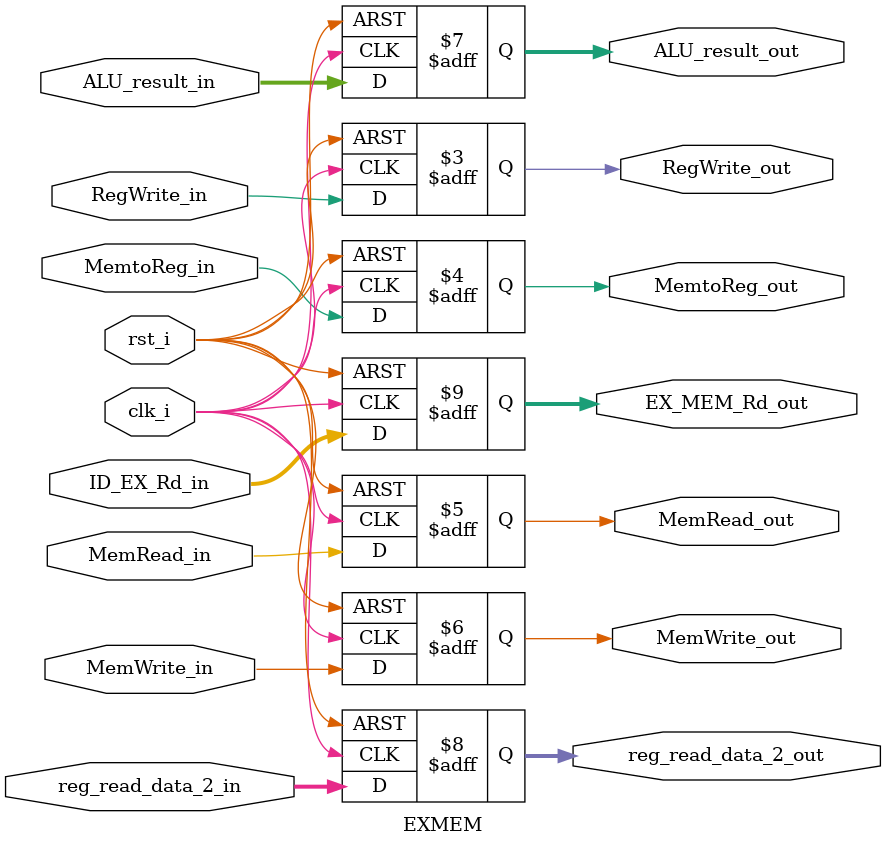
<source format=v>
module EXMEM
( 
    RegWrite_in, 
    MemtoReg_in,
    MemRead_in, 
    MemWrite_in,   
    RegWrite_out, 
    MemtoReg_out,    
    MemRead_out, 
    MemWrite_out,  
    ALU_result_in, 
    ALU_result_out,
    reg_read_data_2_in,  
    reg_read_data_2_out, 
    ID_EX_Rd_in, 
    EX_MEM_Rd_out, 
    clk_i, 
    rst_i
);
	
	// WB control signal
	input RegWrite_in, MemtoReg_in;
	output RegWrite_out, MemtoReg_out;
	// MEM control signal
	input  MemRead_in, MemWrite_in;
	output MemRead_out, MemWrite_out;
	
	//  data content
	input [31:0] ALU_result_in, reg_read_data_2_in;
	output [31:0] ALU_result_out, reg_read_data_2_out;
	input [4:0] ID_EX_Rd_in;
	output [4:0] EX_MEM_Rd_out;
	// general signal
	// reset: async; set all register content to 0
	input clk_i, rst_i;

	reg RegWrite_out, MemtoReg_out;
	reg  MemRead_out, MemWrite_out;
	reg [31:0] ALU_result_out, reg_read_data_2_out;
	reg [4:0] EX_MEM_Rd_out;

	always @(posedge clk_i or posedge rst_i) begin
		if (rst_i == 1'b1)
		begin
		  RegWrite_out <= 1'b0;
		  MemtoReg_out <= 1'b0;
		  MemRead_out <= 1'b0;
		  MemWrite_out <= 1'b0;
		  ALU_result_out <= 32'b0;
		  reg_read_data_2_out <= 32'b0;
		  EX_MEM_Rd_out <= 5'b0; 
		end

		else begin
		  RegWrite_out <= RegWrite_in;
		  MemtoReg_out <= MemtoReg_in;
		  MemRead_out <= MemRead_in;
		  MemWrite_out <= MemWrite_in;
		  ALU_result_out <= ALU_result_in;
		  reg_read_data_2_out <= reg_read_data_2_in;
		  EX_MEM_Rd_out <= ID_EX_Rd_in;
		end

	end

endmodule
</source>
